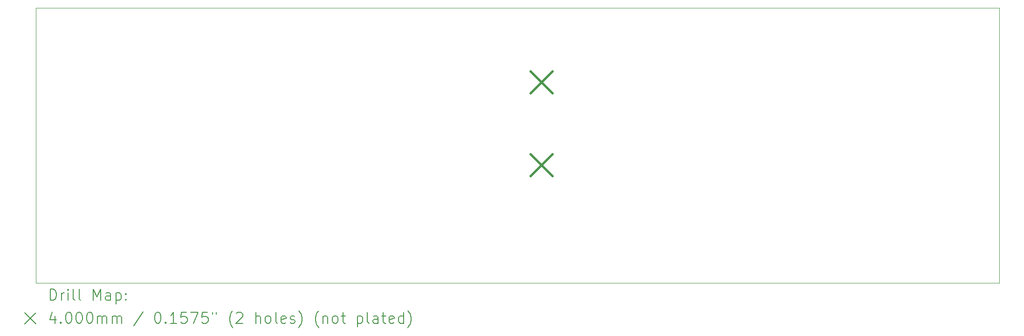
<source format=gbr>
%TF.GenerationSoftware,KiCad,Pcbnew,8.0.9-8.0.9-0~ubuntu22.04.1*%
%TF.CreationDate,2025-03-11T21:03:11+03:00*%
%TF.ProjectId,test,74657374-2e6b-4696-9361-645f70636258,rev?*%
%TF.SameCoordinates,Original*%
%TF.FileFunction,Drillmap*%
%TF.FilePolarity,Positive*%
%FSLAX45Y45*%
G04 Gerber Fmt 4.5, Leading zero omitted, Abs format (unit mm)*
G04 Created by KiCad (PCBNEW 8.0.9-8.0.9-0~ubuntu22.04.1) date 2025-03-11 21:03:11*
%MOMM*%
%LPD*%
G01*
G04 APERTURE LIST*
%ADD10C,0.050000*%
%ADD11C,0.200000*%
%ADD12C,0.400000*%
G04 APERTURE END LIST*
D10*
X2100000Y-6550000D02*
X19600000Y-6550000D01*
X19600000Y-11550000D01*
X2100000Y-11550000D01*
X2100000Y-6550000D01*
D11*
D12*
X11081000Y-7695000D02*
X11481000Y-8095000D01*
X11481000Y-7695000D02*
X11081000Y-8095000D01*
X11081000Y-9204000D02*
X11481000Y-9604000D01*
X11481000Y-9204000D02*
X11081000Y-9604000D01*
D11*
X2358277Y-11863984D02*
X2358277Y-11663984D01*
X2358277Y-11663984D02*
X2405896Y-11663984D01*
X2405896Y-11663984D02*
X2434467Y-11673508D01*
X2434467Y-11673508D02*
X2453515Y-11692555D01*
X2453515Y-11692555D02*
X2463039Y-11711603D01*
X2463039Y-11711603D02*
X2472563Y-11749698D01*
X2472563Y-11749698D02*
X2472563Y-11778269D01*
X2472563Y-11778269D02*
X2463039Y-11816365D01*
X2463039Y-11816365D02*
X2453515Y-11835412D01*
X2453515Y-11835412D02*
X2434467Y-11854460D01*
X2434467Y-11854460D02*
X2405896Y-11863984D01*
X2405896Y-11863984D02*
X2358277Y-11863984D01*
X2558277Y-11863984D02*
X2558277Y-11730650D01*
X2558277Y-11768746D02*
X2567801Y-11749698D01*
X2567801Y-11749698D02*
X2577324Y-11740174D01*
X2577324Y-11740174D02*
X2596372Y-11730650D01*
X2596372Y-11730650D02*
X2615420Y-11730650D01*
X2682086Y-11863984D02*
X2682086Y-11730650D01*
X2682086Y-11663984D02*
X2672563Y-11673508D01*
X2672563Y-11673508D02*
X2682086Y-11683031D01*
X2682086Y-11683031D02*
X2691610Y-11673508D01*
X2691610Y-11673508D02*
X2682086Y-11663984D01*
X2682086Y-11663984D02*
X2682086Y-11683031D01*
X2805896Y-11863984D02*
X2786848Y-11854460D01*
X2786848Y-11854460D02*
X2777324Y-11835412D01*
X2777324Y-11835412D02*
X2777324Y-11663984D01*
X2910658Y-11863984D02*
X2891610Y-11854460D01*
X2891610Y-11854460D02*
X2882086Y-11835412D01*
X2882086Y-11835412D02*
X2882086Y-11663984D01*
X3139229Y-11863984D02*
X3139229Y-11663984D01*
X3139229Y-11663984D02*
X3205896Y-11806841D01*
X3205896Y-11806841D02*
X3272562Y-11663984D01*
X3272562Y-11663984D02*
X3272562Y-11863984D01*
X3453515Y-11863984D02*
X3453515Y-11759222D01*
X3453515Y-11759222D02*
X3443991Y-11740174D01*
X3443991Y-11740174D02*
X3424943Y-11730650D01*
X3424943Y-11730650D02*
X3386848Y-11730650D01*
X3386848Y-11730650D02*
X3367801Y-11740174D01*
X3453515Y-11854460D02*
X3434467Y-11863984D01*
X3434467Y-11863984D02*
X3386848Y-11863984D01*
X3386848Y-11863984D02*
X3367801Y-11854460D01*
X3367801Y-11854460D02*
X3358277Y-11835412D01*
X3358277Y-11835412D02*
X3358277Y-11816365D01*
X3358277Y-11816365D02*
X3367801Y-11797317D01*
X3367801Y-11797317D02*
X3386848Y-11787793D01*
X3386848Y-11787793D02*
X3434467Y-11787793D01*
X3434467Y-11787793D02*
X3453515Y-11778269D01*
X3548753Y-11730650D02*
X3548753Y-11930650D01*
X3548753Y-11740174D02*
X3567801Y-11730650D01*
X3567801Y-11730650D02*
X3605896Y-11730650D01*
X3605896Y-11730650D02*
X3624943Y-11740174D01*
X3624943Y-11740174D02*
X3634467Y-11749698D01*
X3634467Y-11749698D02*
X3643991Y-11768746D01*
X3643991Y-11768746D02*
X3643991Y-11825888D01*
X3643991Y-11825888D02*
X3634467Y-11844936D01*
X3634467Y-11844936D02*
X3624943Y-11854460D01*
X3624943Y-11854460D02*
X3605896Y-11863984D01*
X3605896Y-11863984D02*
X3567801Y-11863984D01*
X3567801Y-11863984D02*
X3548753Y-11854460D01*
X3729705Y-11844936D02*
X3739229Y-11854460D01*
X3739229Y-11854460D02*
X3729705Y-11863984D01*
X3729705Y-11863984D02*
X3720182Y-11854460D01*
X3720182Y-11854460D02*
X3729705Y-11844936D01*
X3729705Y-11844936D02*
X3729705Y-11863984D01*
X3729705Y-11740174D02*
X3739229Y-11749698D01*
X3739229Y-11749698D02*
X3729705Y-11759222D01*
X3729705Y-11759222D02*
X3720182Y-11749698D01*
X3720182Y-11749698D02*
X3729705Y-11740174D01*
X3729705Y-11740174D02*
X3729705Y-11759222D01*
X1897500Y-12092500D02*
X2097500Y-12292500D01*
X2097500Y-12092500D02*
X1897500Y-12292500D01*
X2443991Y-12150650D02*
X2443991Y-12283984D01*
X2396372Y-12074460D02*
X2348753Y-12217317D01*
X2348753Y-12217317D02*
X2472563Y-12217317D01*
X2548753Y-12264936D02*
X2558277Y-12274460D01*
X2558277Y-12274460D02*
X2548753Y-12283984D01*
X2548753Y-12283984D02*
X2539229Y-12274460D01*
X2539229Y-12274460D02*
X2548753Y-12264936D01*
X2548753Y-12264936D02*
X2548753Y-12283984D01*
X2682086Y-12083984D02*
X2701134Y-12083984D01*
X2701134Y-12083984D02*
X2720182Y-12093508D01*
X2720182Y-12093508D02*
X2729705Y-12103031D01*
X2729705Y-12103031D02*
X2739229Y-12122079D01*
X2739229Y-12122079D02*
X2748753Y-12160174D01*
X2748753Y-12160174D02*
X2748753Y-12207793D01*
X2748753Y-12207793D02*
X2739229Y-12245888D01*
X2739229Y-12245888D02*
X2729705Y-12264936D01*
X2729705Y-12264936D02*
X2720182Y-12274460D01*
X2720182Y-12274460D02*
X2701134Y-12283984D01*
X2701134Y-12283984D02*
X2682086Y-12283984D01*
X2682086Y-12283984D02*
X2663039Y-12274460D01*
X2663039Y-12274460D02*
X2653515Y-12264936D01*
X2653515Y-12264936D02*
X2643991Y-12245888D01*
X2643991Y-12245888D02*
X2634467Y-12207793D01*
X2634467Y-12207793D02*
X2634467Y-12160174D01*
X2634467Y-12160174D02*
X2643991Y-12122079D01*
X2643991Y-12122079D02*
X2653515Y-12103031D01*
X2653515Y-12103031D02*
X2663039Y-12093508D01*
X2663039Y-12093508D02*
X2682086Y-12083984D01*
X2872562Y-12083984D02*
X2891610Y-12083984D01*
X2891610Y-12083984D02*
X2910658Y-12093508D01*
X2910658Y-12093508D02*
X2920182Y-12103031D01*
X2920182Y-12103031D02*
X2929705Y-12122079D01*
X2929705Y-12122079D02*
X2939229Y-12160174D01*
X2939229Y-12160174D02*
X2939229Y-12207793D01*
X2939229Y-12207793D02*
X2929705Y-12245888D01*
X2929705Y-12245888D02*
X2920182Y-12264936D01*
X2920182Y-12264936D02*
X2910658Y-12274460D01*
X2910658Y-12274460D02*
X2891610Y-12283984D01*
X2891610Y-12283984D02*
X2872562Y-12283984D01*
X2872562Y-12283984D02*
X2853515Y-12274460D01*
X2853515Y-12274460D02*
X2843991Y-12264936D01*
X2843991Y-12264936D02*
X2834467Y-12245888D01*
X2834467Y-12245888D02*
X2824943Y-12207793D01*
X2824943Y-12207793D02*
X2824943Y-12160174D01*
X2824943Y-12160174D02*
X2834467Y-12122079D01*
X2834467Y-12122079D02*
X2843991Y-12103031D01*
X2843991Y-12103031D02*
X2853515Y-12093508D01*
X2853515Y-12093508D02*
X2872562Y-12083984D01*
X3063039Y-12083984D02*
X3082086Y-12083984D01*
X3082086Y-12083984D02*
X3101134Y-12093508D01*
X3101134Y-12093508D02*
X3110658Y-12103031D01*
X3110658Y-12103031D02*
X3120182Y-12122079D01*
X3120182Y-12122079D02*
X3129705Y-12160174D01*
X3129705Y-12160174D02*
X3129705Y-12207793D01*
X3129705Y-12207793D02*
X3120182Y-12245888D01*
X3120182Y-12245888D02*
X3110658Y-12264936D01*
X3110658Y-12264936D02*
X3101134Y-12274460D01*
X3101134Y-12274460D02*
X3082086Y-12283984D01*
X3082086Y-12283984D02*
X3063039Y-12283984D01*
X3063039Y-12283984D02*
X3043991Y-12274460D01*
X3043991Y-12274460D02*
X3034467Y-12264936D01*
X3034467Y-12264936D02*
X3024943Y-12245888D01*
X3024943Y-12245888D02*
X3015420Y-12207793D01*
X3015420Y-12207793D02*
X3015420Y-12160174D01*
X3015420Y-12160174D02*
X3024943Y-12122079D01*
X3024943Y-12122079D02*
X3034467Y-12103031D01*
X3034467Y-12103031D02*
X3043991Y-12093508D01*
X3043991Y-12093508D02*
X3063039Y-12083984D01*
X3215420Y-12283984D02*
X3215420Y-12150650D01*
X3215420Y-12169698D02*
X3224943Y-12160174D01*
X3224943Y-12160174D02*
X3243991Y-12150650D01*
X3243991Y-12150650D02*
X3272563Y-12150650D01*
X3272563Y-12150650D02*
X3291610Y-12160174D01*
X3291610Y-12160174D02*
X3301134Y-12179222D01*
X3301134Y-12179222D02*
X3301134Y-12283984D01*
X3301134Y-12179222D02*
X3310658Y-12160174D01*
X3310658Y-12160174D02*
X3329705Y-12150650D01*
X3329705Y-12150650D02*
X3358277Y-12150650D01*
X3358277Y-12150650D02*
X3377324Y-12160174D01*
X3377324Y-12160174D02*
X3386848Y-12179222D01*
X3386848Y-12179222D02*
X3386848Y-12283984D01*
X3482086Y-12283984D02*
X3482086Y-12150650D01*
X3482086Y-12169698D02*
X3491610Y-12160174D01*
X3491610Y-12160174D02*
X3510658Y-12150650D01*
X3510658Y-12150650D02*
X3539229Y-12150650D01*
X3539229Y-12150650D02*
X3558277Y-12160174D01*
X3558277Y-12160174D02*
X3567801Y-12179222D01*
X3567801Y-12179222D02*
X3567801Y-12283984D01*
X3567801Y-12179222D02*
X3577324Y-12160174D01*
X3577324Y-12160174D02*
X3596372Y-12150650D01*
X3596372Y-12150650D02*
X3624943Y-12150650D01*
X3624943Y-12150650D02*
X3643991Y-12160174D01*
X3643991Y-12160174D02*
X3653515Y-12179222D01*
X3653515Y-12179222D02*
X3653515Y-12283984D01*
X4043991Y-12074460D02*
X3872563Y-12331603D01*
X4301134Y-12083984D02*
X4320182Y-12083984D01*
X4320182Y-12083984D02*
X4339229Y-12093508D01*
X4339229Y-12093508D02*
X4348753Y-12103031D01*
X4348753Y-12103031D02*
X4358277Y-12122079D01*
X4358277Y-12122079D02*
X4367801Y-12160174D01*
X4367801Y-12160174D02*
X4367801Y-12207793D01*
X4367801Y-12207793D02*
X4358277Y-12245888D01*
X4358277Y-12245888D02*
X4348753Y-12264936D01*
X4348753Y-12264936D02*
X4339229Y-12274460D01*
X4339229Y-12274460D02*
X4320182Y-12283984D01*
X4320182Y-12283984D02*
X4301134Y-12283984D01*
X4301134Y-12283984D02*
X4282087Y-12274460D01*
X4282087Y-12274460D02*
X4272563Y-12264936D01*
X4272563Y-12264936D02*
X4263039Y-12245888D01*
X4263039Y-12245888D02*
X4253515Y-12207793D01*
X4253515Y-12207793D02*
X4253515Y-12160174D01*
X4253515Y-12160174D02*
X4263039Y-12122079D01*
X4263039Y-12122079D02*
X4272563Y-12103031D01*
X4272563Y-12103031D02*
X4282087Y-12093508D01*
X4282087Y-12093508D02*
X4301134Y-12083984D01*
X4453515Y-12264936D02*
X4463039Y-12274460D01*
X4463039Y-12274460D02*
X4453515Y-12283984D01*
X4453515Y-12283984D02*
X4443991Y-12274460D01*
X4443991Y-12274460D02*
X4453515Y-12264936D01*
X4453515Y-12264936D02*
X4453515Y-12283984D01*
X4653515Y-12283984D02*
X4539229Y-12283984D01*
X4596372Y-12283984D02*
X4596372Y-12083984D01*
X4596372Y-12083984D02*
X4577325Y-12112555D01*
X4577325Y-12112555D02*
X4558277Y-12131603D01*
X4558277Y-12131603D02*
X4539229Y-12141127D01*
X4834468Y-12083984D02*
X4739229Y-12083984D01*
X4739229Y-12083984D02*
X4729706Y-12179222D01*
X4729706Y-12179222D02*
X4739229Y-12169698D01*
X4739229Y-12169698D02*
X4758277Y-12160174D01*
X4758277Y-12160174D02*
X4805896Y-12160174D01*
X4805896Y-12160174D02*
X4824944Y-12169698D01*
X4824944Y-12169698D02*
X4834468Y-12179222D01*
X4834468Y-12179222D02*
X4843991Y-12198269D01*
X4843991Y-12198269D02*
X4843991Y-12245888D01*
X4843991Y-12245888D02*
X4834468Y-12264936D01*
X4834468Y-12264936D02*
X4824944Y-12274460D01*
X4824944Y-12274460D02*
X4805896Y-12283984D01*
X4805896Y-12283984D02*
X4758277Y-12283984D01*
X4758277Y-12283984D02*
X4739229Y-12274460D01*
X4739229Y-12274460D02*
X4729706Y-12264936D01*
X4910658Y-12083984D02*
X5043991Y-12083984D01*
X5043991Y-12083984D02*
X4958277Y-12283984D01*
X5215420Y-12083984D02*
X5120182Y-12083984D01*
X5120182Y-12083984D02*
X5110658Y-12179222D01*
X5110658Y-12179222D02*
X5120182Y-12169698D01*
X5120182Y-12169698D02*
X5139229Y-12160174D01*
X5139229Y-12160174D02*
X5186849Y-12160174D01*
X5186849Y-12160174D02*
X5205896Y-12169698D01*
X5205896Y-12169698D02*
X5215420Y-12179222D01*
X5215420Y-12179222D02*
X5224944Y-12198269D01*
X5224944Y-12198269D02*
X5224944Y-12245888D01*
X5224944Y-12245888D02*
X5215420Y-12264936D01*
X5215420Y-12264936D02*
X5205896Y-12274460D01*
X5205896Y-12274460D02*
X5186849Y-12283984D01*
X5186849Y-12283984D02*
X5139229Y-12283984D01*
X5139229Y-12283984D02*
X5120182Y-12274460D01*
X5120182Y-12274460D02*
X5110658Y-12264936D01*
X5301134Y-12083984D02*
X5301134Y-12122079D01*
X5377325Y-12083984D02*
X5377325Y-12122079D01*
X5672563Y-12360174D02*
X5663039Y-12350650D01*
X5663039Y-12350650D02*
X5643991Y-12322079D01*
X5643991Y-12322079D02*
X5634468Y-12303031D01*
X5634468Y-12303031D02*
X5624944Y-12274460D01*
X5624944Y-12274460D02*
X5615420Y-12226841D01*
X5615420Y-12226841D02*
X5615420Y-12188746D01*
X5615420Y-12188746D02*
X5624944Y-12141127D01*
X5624944Y-12141127D02*
X5634468Y-12112555D01*
X5634468Y-12112555D02*
X5643991Y-12093508D01*
X5643991Y-12093508D02*
X5663039Y-12064936D01*
X5663039Y-12064936D02*
X5672563Y-12055412D01*
X5739229Y-12103031D02*
X5748753Y-12093508D01*
X5748753Y-12093508D02*
X5767801Y-12083984D01*
X5767801Y-12083984D02*
X5815420Y-12083984D01*
X5815420Y-12083984D02*
X5834468Y-12093508D01*
X5834468Y-12093508D02*
X5843991Y-12103031D01*
X5843991Y-12103031D02*
X5853515Y-12122079D01*
X5853515Y-12122079D02*
X5853515Y-12141127D01*
X5853515Y-12141127D02*
X5843991Y-12169698D01*
X5843991Y-12169698D02*
X5729706Y-12283984D01*
X5729706Y-12283984D02*
X5853515Y-12283984D01*
X6091610Y-12283984D02*
X6091610Y-12083984D01*
X6177325Y-12283984D02*
X6177325Y-12179222D01*
X6177325Y-12179222D02*
X6167801Y-12160174D01*
X6167801Y-12160174D02*
X6148753Y-12150650D01*
X6148753Y-12150650D02*
X6120182Y-12150650D01*
X6120182Y-12150650D02*
X6101134Y-12160174D01*
X6101134Y-12160174D02*
X6091610Y-12169698D01*
X6301134Y-12283984D02*
X6282087Y-12274460D01*
X6282087Y-12274460D02*
X6272563Y-12264936D01*
X6272563Y-12264936D02*
X6263039Y-12245888D01*
X6263039Y-12245888D02*
X6263039Y-12188746D01*
X6263039Y-12188746D02*
X6272563Y-12169698D01*
X6272563Y-12169698D02*
X6282087Y-12160174D01*
X6282087Y-12160174D02*
X6301134Y-12150650D01*
X6301134Y-12150650D02*
X6329706Y-12150650D01*
X6329706Y-12150650D02*
X6348753Y-12160174D01*
X6348753Y-12160174D02*
X6358277Y-12169698D01*
X6358277Y-12169698D02*
X6367801Y-12188746D01*
X6367801Y-12188746D02*
X6367801Y-12245888D01*
X6367801Y-12245888D02*
X6358277Y-12264936D01*
X6358277Y-12264936D02*
X6348753Y-12274460D01*
X6348753Y-12274460D02*
X6329706Y-12283984D01*
X6329706Y-12283984D02*
X6301134Y-12283984D01*
X6482087Y-12283984D02*
X6463039Y-12274460D01*
X6463039Y-12274460D02*
X6453515Y-12255412D01*
X6453515Y-12255412D02*
X6453515Y-12083984D01*
X6634468Y-12274460D02*
X6615420Y-12283984D01*
X6615420Y-12283984D02*
X6577325Y-12283984D01*
X6577325Y-12283984D02*
X6558277Y-12274460D01*
X6558277Y-12274460D02*
X6548753Y-12255412D01*
X6548753Y-12255412D02*
X6548753Y-12179222D01*
X6548753Y-12179222D02*
X6558277Y-12160174D01*
X6558277Y-12160174D02*
X6577325Y-12150650D01*
X6577325Y-12150650D02*
X6615420Y-12150650D01*
X6615420Y-12150650D02*
X6634468Y-12160174D01*
X6634468Y-12160174D02*
X6643991Y-12179222D01*
X6643991Y-12179222D02*
X6643991Y-12198269D01*
X6643991Y-12198269D02*
X6548753Y-12217317D01*
X6720182Y-12274460D02*
X6739230Y-12283984D01*
X6739230Y-12283984D02*
X6777325Y-12283984D01*
X6777325Y-12283984D02*
X6796372Y-12274460D01*
X6796372Y-12274460D02*
X6805896Y-12255412D01*
X6805896Y-12255412D02*
X6805896Y-12245888D01*
X6805896Y-12245888D02*
X6796372Y-12226841D01*
X6796372Y-12226841D02*
X6777325Y-12217317D01*
X6777325Y-12217317D02*
X6748753Y-12217317D01*
X6748753Y-12217317D02*
X6729706Y-12207793D01*
X6729706Y-12207793D02*
X6720182Y-12188746D01*
X6720182Y-12188746D02*
X6720182Y-12179222D01*
X6720182Y-12179222D02*
X6729706Y-12160174D01*
X6729706Y-12160174D02*
X6748753Y-12150650D01*
X6748753Y-12150650D02*
X6777325Y-12150650D01*
X6777325Y-12150650D02*
X6796372Y-12160174D01*
X6872563Y-12360174D02*
X6882087Y-12350650D01*
X6882087Y-12350650D02*
X6901134Y-12322079D01*
X6901134Y-12322079D02*
X6910658Y-12303031D01*
X6910658Y-12303031D02*
X6920182Y-12274460D01*
X6920182Y-12274460D02*
X6929706Y-12226841D01*
X6929706Y-12226841D02*
X6929706Y-12188746D01*
X6929706Y-12188746D02*
X6920182Y-12141127D01*
X6920182Y-12141127D02*
X6910658Y-12112555D01*
X6910658Y-12112555D02*
X6901134Y-12093508D01*
X6901134Y-12093508D02*
X6882087Y-12064936D01*
X6882087Y-12064936D02*
X6872563Y-12055412D01*
X7234468Y-12360174D02*
X7224944Y-12350650D01*
X7224944Y-12350650D02*
X7205896Y-12322079D01*
X7205896Y-12322079D02*
X7196372Y-12303031D01*
X7196372Y-12303031D02*
X7186849Y-12274460D01*
X7186849Y-12274460D02*
X7177325Y-12226841D01*
X7177325Y-12226841D02*
X7177325Y-12188746D01*
X7177325Y-12188746D02*
X7186849Y-12141127D01*
X7186849Y-12141127D02*
X7196372Y-12112555D01*
X7196372Y-12112555D02*
X7205896Y-12093508D01*
X7205896Y-12093508D02*
X7224944Y-12064936D01*
X7224944Y-12064936D02*
X7234468Y-12055412D01*
X7310658Y-12150650D02*
X7310658Y-12283984D01*
X7310658Y-12169698D02*
X7320182Y-12160174D01*
X7320182Y-12160174D02*
X7339230Y-12150650D01*
X7339230Y-12150650D02*
X7367801Y-12150650D01*
X7367801Y-12150650D02*
X7386849Y-12160174D01*
X7386849Y-12160174D02*
X7396372Y-12179222D01*
X7396372Y-12179222D02*
X7396372Y-12283984D01*
X7520182Y-12283984D02*
X7501134Y-12274460D01*
X7501134Y-12274460D02*
X7491611Y-12264936D01*
X7491611Y-12264936D02*
X7482087Y-12245888D01*
X7482087Y-12245888D02*
X7482087Y-12188746D01*
X7482087Y-12188746D02*
X7491611Y-12169698D01*
X7491611Y-12169698D02*
X7501134Y-12160174D01*
X7501134Y-12160174D02*
X7520182Y-12150650D01*
X7520182Y-12150650D02*
X7548753Y-12150650D01*
X7548753Y-12150650D02*
X7567801Y-12160174D01*
X7567801Y-12160174D02*
X7577325Y-12169698D01*
X7577325Y-12169698D02*
X7586849Y-12188746D01*
X7586849Y-12188746D02*
X7586849Y-12245888D01*
X7586849Y-12245888D02*
X7577325Y-12264936D01*
X7577325Y-12264936D02*
X7567801Y-12274460D01*
X7567801Y-12274460D02*
X7548753Y-12283984D01*
X7548753Y-12283984D02*
X7520182Y-12283984D01*
X7643992Y-12150650D02*
X7720182Y-12150650D01*
X7672563Y-12083984D02*
X7672563Y-12255412D01*
X7672563Y-12255412D02*
X7682087Y-12274460D01*
X7682087Y-12274460D02*
X7701134Y-12283984D01*
X7701134Y-12283984D02*
X7720182Y-12283984D01*
X7939230Y-12150650D02*
X7939230Y-12350650D01*
X7939230Y-12160174D02*
X7958277Y-12150650D01*
X7958277Y-12150650D02*
X7996373Y-12150650D01*
X7996373Y-12150650D02*
X8015420Y-12160174D01*
X8015420Y-12160174D02*
X8024944Y-12169698D01*
X8024944Y-12169698D02*
X8034468Y-12188746D01*
X8034468Y-12188746D02*
X8034468Y-12245888D01*
X8034468Y-12245888D02*
X8024944Y-12264936D01*
X8024944Y-12264936D02*
X8015420Y-12274460D01*
X8015420Y-12274460D02*
X7996373Y-12283984D01*
X7996373Y-12283984D02*
X7958277Y-12283984D01*
X7958277Y-12283984D02*
X7939230Y-12274460D01*
X8148753Y-12283984D02*
X8129706Y-12274460D01*
X8129706Y-12274460D02*
X8120182Y-12255412D01*
X8120182Y-12255412D02*
X8120182Y-12083984D01*
X8310658Y-12283984D02*
X8310658Y-12179222D01*
X8310658Y-12179222D02*
X8301134Y-12160174D01*
X8301134Y-12160174D02*
X8282087Y-12150650D01*
X8282087Y-12150650D02*
X8243992Y-12150650D01*
X8243992Y-12150650D02*
X8224944Y-12160174D01*
X8310658Y-12274460D02*
X8291611Y-12283984D01*
X8291611Y-12283984D02*
X8243992Y-12283984D01*
X8243992Y-12283984D02*
X8224944Y-12274460D01*
X8224944Y-12274460D02*
X8215420Y-12255412D01*
X8215420Y-12255412D02*
X8215420Y-12236365D01*
X8215420Y-12236365D02*
X8224944Y-12217317D01*
X8224944Y-12217317D02*
X8243992Y-12207793D01*
X8243992Y-12207793D02*
X8291611Y-12207793D01*
X8291611Y-12207793D02*
X8310658Y-12198269D01*
X8377325Y-12150650D02*
X8453515Y-12150650D01*
X8405896Y-12083984D02*
X8405896Y-12255412D01*
X8405896Y-12255412D02*
X8415420Y-12274460D01*
X8415420Y-12274460D02*
X8434468Y-12283984D01*
X8434468Y-12283984D02*
X8453515Y-12283984D01*
X8596373Y-12274460D02*
X8577325Y-12283984D01*
X8577325Y-12283984D02*
X8539230Y-12283984D01*
X8539230Y-12283984D02*
X8520182Y-12274460D01*
X8520182Y-12274460D02*
X8510658Y-12255412D01*
X8510658Y-12255412D02*
X8510658Y-12179222D01*
X8510658Y-12179222D02*
X8520182Y-12160174D01*
X8520182Y-12160174D02*
X8539230Y-12150650D01*
X8539230Y-12150650D02*
X8577325Y-12150650D01*
X8577325Y-12150650D02*
X8596373Y-12160174D01*
X8596373Y-12160174D02*
X8605896Y-12179222D01*
X8605896Y-12179222D02*
X8605896Y-12198269D01*
X8605896Y-12198269D02*
X8510658Y-12217317D01*
X8777325Y-12283984D02*
X8777325Y-12083984D01*
X8777325Y-12274460D02*
X8758277Y-12283984D01*
X8758277Y-12283984D02*
X8720182Y-12283984D01*
X8720182Y-12283984D02*
X8701135Y-12274460D01*
X8701135Y-12274460D02*
X8691611Y-12264936D01*
X8691611Y-12264936D02*
X8682087Y-12245888D01*
X8682087Y-12245888D02*
X8682087Y-12188746D01*
X8682087Y-12188746D02*
X8691611Y-12169698D01*
X8691611Y-12169698D02*
X8701135Y-12160174D01*
X8701135Y-12160174D02*
X8720182Y-12150650D01*
X8720182Y-12150650D02*
X8758277Y-12150650D01*
X8758277Y-12150650D02*
X8777325Y-12160174D01*
X8853516Y-12360174D02*
X8863039Y-12350650D01*
X8863039Y-12350650D02*
X8882087Y-12322079D01*
X8882087Y-12322079D02*
X8891611Y-12303031D01*
X8891611Y-12303031D02*
X8901135Y-12274460D01*
X8901135Y-12274460D02*
X8910658Y-12226841D01*
X8910658Y-12226841D02*
X8910658Y-12188746D01*
X8910658Y-12188746D02*
X8901135Y-12141127D01*
X8901135Y-12141127D02*
X8891611Y-12112555D01*
X8891611Y-12112555D02*
X8882087Y-12093508D01*
X8882087Y-12093508D02*
X8863039Y-12064936D01*
X8863039Y-12064936D02*
X8853516Y-12055412D01*
M02*

</source>
